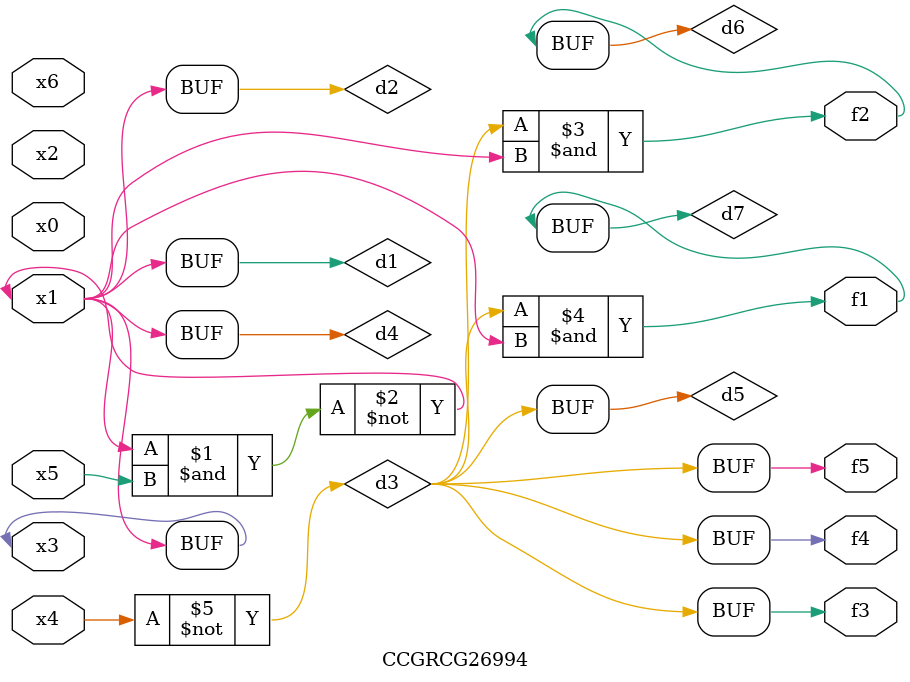
<source format=v>
module CCGRCG26994(
	input x0, x1, x2, x3, x4, x5, x6,
	output f1, f2, f3, f4, f5
);

	wire d1, d2, d3, d4, d5, d6, d7;

	buf (d1, x1, x3);
	nand (d2, x1, x5);
	not (d3, x4);
	buf (d4, d1, d2);
	buf (d5, d3);
	and (d6, d3, d4);
	and (d7, d3, d4);
	assign f1 = d7;
	assign f2 = d6;
	assign f3 = d5;
	assign f4 = d5;
	assign f5 = d5;
endmodule

</source>
